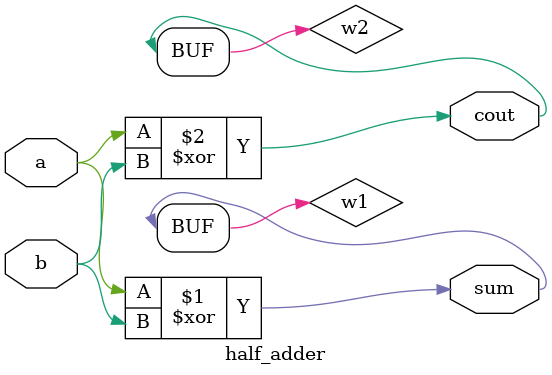
<source format=v>
module half_adder( 
input a, b,
output cout, sum );

wire w1, w2;

// The first XOR gate computes the sum.
xor( w1, a, b );
assign sum = w1;

// The second XOR gate computes the carry-out.
xor( w2, a, b );
assign cout = w2;

endmodule

</source>
